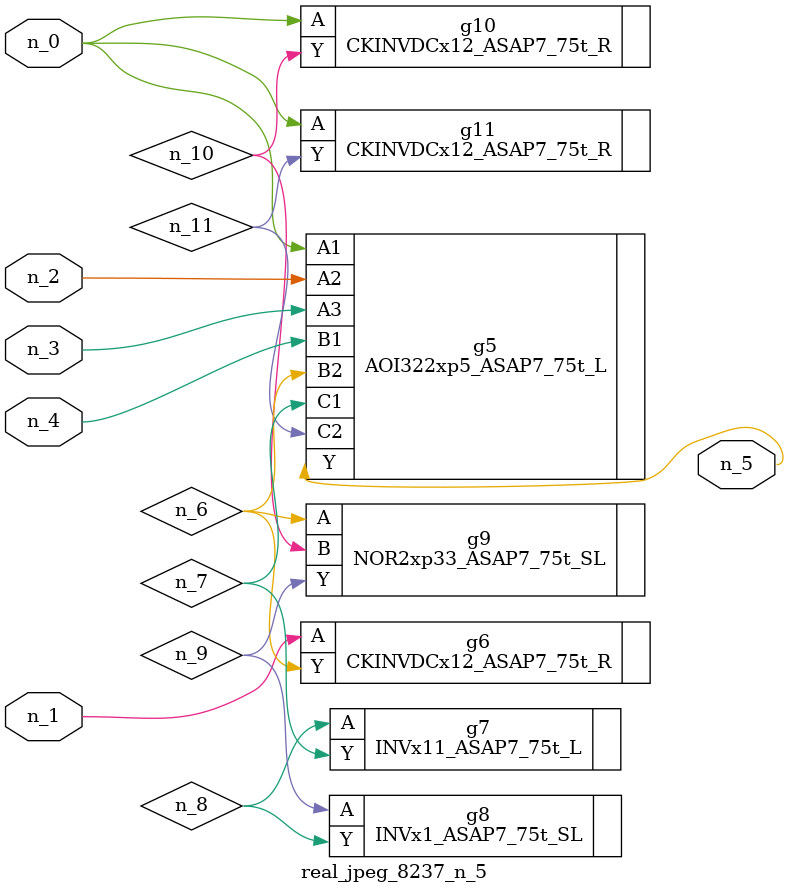
<source format=v>
module real_jpeg_8237_n_5 (n_4, n_0, n_1, n_2, n_3, n_5);

input n_4;
input n_0;
input n_1;
input n_2;
input n_3;

output n_5;

wire n_8;
wire n_11;
wire n_6;
wire n_7;
wire n_10;
wire n_9;

AOI322xp5_ASAP7_75t_L g5 ( 
.A1(n_0),
.A2(n_2),
.A3(n_3),
.B1(n_4),
.B2(n_6),
.C1(n_7),
.C2(n_11),
.Y(n_5)
);

CKINVDCx12_ASAP7_75t_R g10 ( 
.A(n_0),
.Y(n_10)
);

CKINVDCx12_ASAP7_75t_R g11 ( 
.A(n_0),
.Y(n_11)
);

CKINVDCx12_ASAP7_75t_R g6 ( 
.A(n_1),
.Y(n_6)
);

NOR2xp33_ASAP7_75t_SL g9 ( 
.A(n_6),
.B(n_10),
.Y(n_9)
);

INVx11_ASAP7_75t_L g7 ( 
.A(n_8),
.Y(n_7)
);

INVx1_ASAP7_75t_SL g8 ( 
.A(n_9),
.Y(n_8)
);


endmodule
</source>
